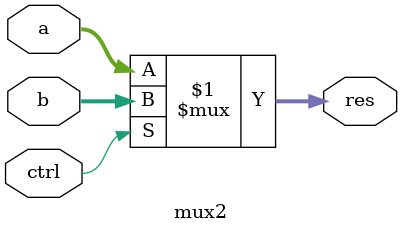
<source format=v>
module mux2 #(parameter WIDTH = 8) (
    input  wire[WIDTH-1:0] a, b,
    input  wire ctrl,
    output wire[WIDTH-1:0] res
);
    assign res = ctrl ? b : a;
endmodule
</source>
